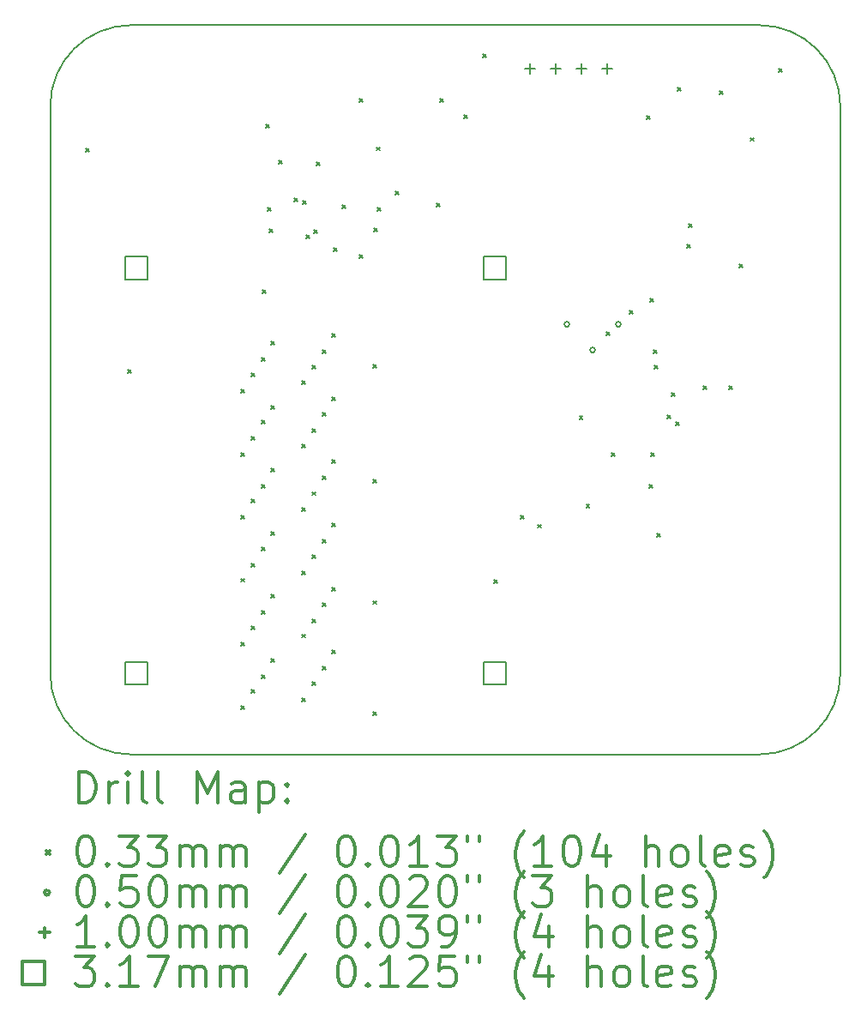
<source format=gbr>
%FSLAX45Y45*%
G04 Gerber Fmt 4.5, Leading zero omitted, Abs format (unit mm)*
G04 Created by KiCad (PCBNEW 5.0.0) date Fri Aug  3 19:09:42 2018*
%MOMM*%
%LPD*%
G01*
G04 APERTURE LIST*
%ADD10C,0.150000*%
%ADD11C,0.200000*%
%ADD12C,0.300000*%
G04 APERTURE END LIST*
D10*
X14100000Y-12800000D02*
G75*
G03X14900000Y-12000000I0J800000D01*
G01*
X7100000Y-12000000D02*
G75*
G03X7900000Y-12800000I800000J0D01*
G01*
X7900000Y-5600000D02*
G75*
G03X7100000Y-6400000I0J-800000D01*
G01*
X14900000Y-6400000D02*
G75*
G03X14100000Y-5600000I-800000J0D01*
G01*
X7100000Y-12000000D02*
X7100000Y-6400000D01*
X14100000Y-12800000D02*
X7900000Y-12800000D01*
X14900000Y-6400000D02*
X14900000Y-12000000D01*
X7900000Y-5600000D02*
X14100000Y-5600000D01*
D11*
X7453490Y-6813490D02*
X7486510Y-6846510D01*
X7486510Y-6813490D02*
X7453490Y-6846510D01*
X7868490Y-8998490D02*
X7901510Y-9031510D01*
X7901510Y-8998490D02*
X7868490Y-9031510D01*
X8983490Y-9193490D02*
X9016510Y-9226510D01*
X9016510Y-9193490D02*
X8983490Y-9226510D01*
X8983490Y-9823490D02*
X9016510Y-9856510D01*
X9016510Y-9823490D02*
X8983490Y-9856510D01*
X8983490Y-10443490D02*
X9016510Y-10476510D01*
X9016510Y-10443490D02*
X8983490Y-10476510D01*
X8983490Y-11063490D02*
X9016510Y-11096510D01*
X9016510Y-11063490D02*
X8983490Y-11096510D01*
X8983490Y-11693490D02*
X9016510Y-11726510D01*
X9016510Y-11693490D02*
X8983490Y-11726510D01*
X8983490Y-12323490D02*
X9016510Y-12356510D01*
X9016510Y-12323490D02*
X8983490Y-12356510D01*
X9083490Y-9033490D02*
X9116510Y-9066510D01*
X9116510Y-9033490D02*
X9083490Y-9066510D01*
X9083490Y-9663490D02*
X9116510Y-9696510D01*
X9116510Y-9663490D02*
X9083490Y-9696510D01*
X9083490Y-10283490D02*
X9116510Y-10316510D01*
X9116510Y-10283490D02*
X9083490Y-10316510D01*
X9083490Y-10913490D02*
X9116510Y-10946510D01*
X9116510Y-10913490D02*
X9083490Y-10946510D01*
X9083490Y-11533490D02*
X9116510Y-11566510D01*
X9116510Y-11533490D02*
X9083490Y-11566510D01*
X9083490Y-12163490D02*
X9116510Y-12196510D01*
X9116510Y-12163490D02*
X9083490Y-12196510D01*
X9183490Y-8883490D02*
X9216510Y-8916510D01*
X9216510Y-8883490D02*
X9183490Y-8916510D01*
X9183490Y-9503490D02*
X9216510Y-9536510D01*
X9216510Y-9503490D02*
X9183490Y-9536510D01*
X9183490Y-10133490D02*
X9216510Y-10166510D01*
X9216510Y-10133490D02*
X9183490Y-10166510D01*
X9183490Y-10753490D02*
X9216510Y-10786510D01*
X9216510Y-10753490D02*
X9183490Y-10786510D01*
X9183490Y-11383490D02*
X9216510Y-11416510D01*
X9216510Y-11383490D02*
X9183490Y-11416510D01*
X9183490Y-12013490D02*
X9216510Y-12046510D01*
X9216510Y-12013490D02*
X9183490Y-12046510D01*
X9191968Y-8212156D02*
X9224988Y-8245176D01*
X9224988Y-8212156D02*
X9191968Y-8245176D01*
X9228490Y-6583490D02*
X9261510Y-6616510D01*
X9261510Y-6583490D02*
X9228490Y-6616510D01*
X9248634Y-7405038D02*
X9281654Y-7438058D01*
X9281654Y-7405038D02*
X9248634Y-7438058D01*
X9260490Y-7610490D02*
X9293510Y-7643510D01*
X9293510Y-7610490D02*
X9260490Y-7643510D01*
X9283490Y-8723490D02*
X9316510Y-8756510D01*
X9316510Y-8723490D02*
X9283490Y-8756510D01*
X9283490Y-9353490D02*
X9316510Y-9386510D01*
X9316510Y-9353490D02*
X9283490Y-9386510D01*
X9283490Y-9973490D02*
X9316510Y-10006510D01*
X9316510Y-9973490D02*
X9283490Y-10006510D01*
X9283490Y-10603490D02*
X9316510Y-10636510D01*
X9316510Y-10603490D02*
X9283490Y-10636510D01*
X9283490Y-11223490D02*
X9316510Y-11256510D01*
X9316510Y-11223490D02*
X9283490Y-11256510D01*
X9283490Y-11853490D02*
X9316510Y-11886510D01*
X9316510Y-11853490D02*
X9283490Y-11886510D01*
X9354490Y-6935490D02*
X9387510Y-6968510D01*
X9387510Y-6935490D02*
X9354490Y-6968510D01*
X9509811Y-7306374D02*
X9542831Y-7339394D01*
X9542831Y-7306374D02*
X9509811Y-7339394D01*
X9583490Y-9113490D02*
X9616510Y-9146510D01*
X9616510Y-9113490D02*
X9583490Y-9146510D01*
X9583490Y-9738490D02*
X9616510Y-9771510D01*
X9616510Y-9738490D02*
X9583490Y-9771510D01*
X9583490Y-10363490D02*
X9616510Y-10396510D01*
X9616510Y-10363490D02*
X9583490Y-10396510D01*
X9583490Y-10988490D02*
X9616510Y-11021510D01*
X9616510Y-10988490D02*
X9583490Y-11021510D01*
X9583490Y-11613490D02*
X9616510Y-11646510D01*
X9616510Y-11613490D02*
X9583490Y-11646510D01*
X9583490Y-12243490D02*
X9616510Y-12276510D01*
X9616510Y-12243490D02*
X9583490Y-12276510D01*
X9590113Y-7330407D02*
X9623133Y-7363427D01*
X9623133Y-7330407D02*
X9590113Y-7363427D01*
X9628490Y-7673490D02*
X9661510Y-7706510D01*
X9661510Y-7673490D02*
X9628490Y-7706510D01*
X9683490Y-8958490D02*
X9716510Y-8991510D01*
X9716510Y-8958490D02*
X9683490Y-8991510D01*
X9683490Y-9583490D02*
X9716510Y-9616510D01*
X9716510Y-9583490D02*
X9683490Y-9616510D01*
X9683490Y-10208490D02*
X9716510Y-10241510D01*
X9716510Y-10208490D02*
X9683490Y-10241510D01*
X9683490Y-10833490D02*
X9716510Y-10866510D01*
X9716510Y-10833490D02*
X9683490Y-10866510D01*
X9683490Y-11463490D02*
X9716510Y-11496510D01*
X9716510Y-11463490D02*
X9683490Y-11496510D01*
X9683490Y-12083490D02*
X9716510Y-12116510D01*
X9716510Y-12083490D02*
X9683490Y-12116510D01*
X9702690Y-7622960D02*
X9735710Y-7655980D01*
X9735710Y-7622960D02*
X9702690Y-7655980D01*
X9731490Y-6952490D02*
X9764510Y-6985510D01*
X9764510Y-6952490D02*
X9731490Y-6985510D01*
X9788249Y-8808490D02*
X9821269Y-8841510D01*
X9821269Y-8808490D02*
X9788249Y-8841510D01*
X9788249Y-9428490D02*
X9821269Y-9461510D01*
X9821269Y-9428490D02*
X9788249Y-9461510D01*
X9788249Y-10053490D02*
X9821269Y-10086510D01*
X9821269Y-10053490D02*
X9788249Y-10086510D01*
X9788249Y-10678490D02*
X9821269Y-10711510D01*
X9821269Y-10678490D02*
X9788249Y-10711510D01*
X9788249Y-11303490D02*
X9821269Y-11336510D01*
X9821269Y-11303490D02*
X9788249Y-11336510D01*
X9788249Y-11933490D02*
X9821269Y-11966510D01*
X9821269Y-11933490D02*
X9788249Y-11966510D01*
X9883490Y-8643490D02*
X9916510Y-8676510D01*
X9916510Y-8643490D02*
X9883490Y-8676510D01*
X9883490Y-9273490D02*
X9916510Y-9306510D01*
X9916510Y-9273490D02*
X9883490Y-9306510D01*
X9883490Y-9893490D02*
X9916510Y-9926510D01*
X9916510Y-9893490D02*
X9883490Y-9926510D01*
X9883490Y-10518490D02*
X9916510Y-10551510D01*
X9916510Y-10518490D02*
X9883490Y-10551510D01*
X9883490Y-11148490D02*
X9916510Y-11181510D01*
X9916510Y-11148490D02*
X9883490Y-11181510D01*
X9883490Y-11773490D02*
X9916510Y-11806510D01*
X9916510Y-11773490D02*
X9883490Y-11806510D01*
X9896490Y-7798490D02*
X9929510Y-7831510D01*
X9929510Y-7798490D02*
X9896490Y-7831510D01*
X9983490Y-7375490D02*
X10016510Y-7408510D01*
X10016510Y-7375490D02*
X9983490Y-7408510D01*
X10152342Y-7867918D02*
X10185362Y-7900938D01*
X10185362Y-7867918D02*
X10152342Y-7900938D01*
X10154490Y-6329490D02*
X10187510Y-6362510D01*
X10187510Y-6329490D02*
X10154490Y-6362510D01*
X10288490Y-8948490D02*
X10321510Y-8981510D01*
X10321510Y-8948490D02*
X10288490Y-8981510D01*
X10288490Y-10083490D02*
X10321510Y-10116510D01*
X10321510Y-10083490D02*
X10288490Y-10116510D01*
X10288490Y-10083490D02*
X10321510Y-10116510D01*
X10321510Y-10083490D02*
X10288490Y-10116510D01*
X10288490Y-11283490D02*
X10321510Y-11316510D01*
X10321510Y-11283490D02*
X10288490Y-11316510D01*
X10288490Y-12378490D02*
X10321510Y-12411510D01*
X10321510Y-12378490D02*
X10288490Y-12411510D01*
X10299490Y-7605490D02*
X10332510Y-7638510D01*
X10332510Y-7605490D02*
X10299490Y-7638510D01*
X10323120Y-6804120D02*
X10356140Y-6837140D01*
X10356140Y-6804120D02*
X10323120Y-6837140D01*
X10329490Y-7398490D02*
X10362510Y-7431510D01*
X10362510Y-7398490D02*
X10329490Y-7431510D01*
X10508490Y-7243490D02*
X10541510Y-7276510D01*
X10541510Y-7243490D02*
X10508490Y-7276510D01*
X10915990Y-7355990D02*
X10949010Y-7389010D01*
X10949010Y-7355990D02*
X10915990Y-7389010D01*
X10950490Y-6324490D02*
X10983510Y-6357510D01*
X10983510Y-6324490D02*
X10950490Y-6357510D01*
X11183490Y-6488490D02*
X11216510Y-6521510D01*
X11216510Y-6488490D02*
X11183490Y-6521510D01*
X11371490Y-5884250D02*
X11404510Y-5917270D01*
X11404510Y-5884250D02*
X11371490Y-5917270D01*
X11483490Y-11078490D02*
X11516510Y-11111510D01*
X11516510Y-11078490D02*
X11483490Y-11111510D01*
X11744490Y-10443490D02*
X11777510Y-10476510D01*
X11777510Y-10443490D02*
X11744490Y-10476510D01*
X11916490Y-10529490D02*
X11949510Y-10562510D01*
X11949510Y-10529490D02*
X11916490Y-10562510D01*
X12323490Y-9460490D02*
X12356510Y-9493510D01*
X12356510Y-9460490D02*
X12323490Y-9493510D01*
X12391529Y-10333959D02*
X12424549Y-10366979D01*
X12424549Y-10333959D02*
X12391529Y-10366979D01*
X12589490Y-8629490D02*
X12622510Y-8662510D01*
X12622510Y-8629490D02*
X12589490Y-8662510D01*
X12644490Y-9819490D02*
X12677510Y-9852510D01*
X12677510Y-9819490D02*
X12644490Y-9852510D01*
X12816730Y-8420490D02*
X12849750Y-8453510D01*
X12849750Y-8420490D02*
X12816730Y-8453510D01*
X12990990Y-6495990D02*
X13024010Y-6529010D01*
X13024010Y-6495990D02*
X12990990Y-6529010D01*
X13014490Y-10133490D02*
X13047510Y-10166510D01*
X13047510Y-10133490D02*
X13014490Y-10166510D01*
X13021490Y-8302490D02*
X13054510Y-8335510D01*
X13054510Y-8302490D02*
X13021490Y-8335510D01*
X13030490Y-9826490D02*
X13063510Y-9859510D01*
X13063510Y-9826490D02*
X13030490Y-9859510D01*
X13056490Y-8804490D02*
X13089510Y-8837510D01*
X13089510Y-8804490D02*
X13056490Y-8837510D01*
X13066490Y-8955490D02*
X13099510Y-8988510D01*
X13099510Y-8955490D02*
X13066490Y-8988510D01*
X13088490Y-10620490D02*
X13121510Y-10653510D01*
X13121510Y-10620490D02*
X13088490Y-10653510D01*
X13191921Y-9452811D02*
X13224941Y-9485831D01*
X13224941Y-9452811D02*
X13191921Y-9485831D01*
X13231490Y-9226490D02*
X13264510Y-9259510D01*
X13264510Y-9226490D02*
X13231490Y-9259510D01*
X13279490Y-9519490D02*
X13312510Y-9552510D01*
X13312510Y-9519490D02*
X13279490Y-9552510D01*
X13293490Y-6218490D02*
X13326510Y-6251510D01*
X13326510Y-6218490D02*
X13293490Y-6251510D01*
X13382490Y-7762490D02*
X13415510Y-7795510D01*
X13415510Y-7762490D02*
X13382490Y-7795510D01*
X13403490Y-7558490D02*
X13436510Y-7591510D01*
X13436510Y-7558490D02*
X13403490Y-7591510D01*
X13548490Y-9165490D02*
X13581510Y-9198510D01*
X13581510Y-9165490D02*
X13548490Y-9198510D01*
X13708490Y-6253490D02*
X13741510Y-6286510D01*
X13741510Y-6253490D02*
X13708490Y-6286510D01*
X13802490Y-9164490D02*
X13835510Y-9197510D01*
X13835510Y-9164490D02*
X13802490Y-9197510D01*
X13903490Y-7957490D02*
X13936510Y-7990510D01*
X13936510Y-7957490D02*
X13903490Y-7990510D01*
X14011490Y-6711490D02*
X14044510Y-6744510D01*
X14044510Y-6711490D02*
X14011490Y-6744510D01*
X14293490Y-6033490D02*
X14326510Y-6066510D01*
X14326510Y-6033490D02*
X14293490Y-6066510D01*
X12225000Y-8554000D02*
G75*
G03X12225000Y-8554000I-25000J0D01*
G01*
X12479000Y-8808000D02*
G75*
G03X12479000Y-8808000I-25000J0D01*
G01*
X12733000Y-8554000D02*
G75*
G03X12733000Y-8554000I-25000J0D01*
G01*
X11833000Y-5981000D02*
X11833000Y-6081000D01*
X11783000Y-6031000D02*
X11883000Y-6031000D01*
X12087000Y-5981000D02*
X12087000Y-6081000D01*
X12037000Y-6031000D02*
X12137000Y-6031000D01*
X12341000Y-5981000D02*
X12341000Y-6081000D01*
X12291000Y-6031000D02*
X12391000Y-6031000D01*
X12595000Y-5981000D02*
X12595000Y-6081000D01*
X12545000Y-6031000D02*
X12645000Y-6031000D01*
X11602504Y-8112254D02*
X11602504Y-7887746D01*
X11377996Y-7887746D01*
X11377996Y-8112254D01*
X11602504Y-8112254D01*
X11602504Y-12112254D02*
X11602504Y-11887746D01*
X11377996Y-11887746D01*
X11377996Y-12112254D01*
X11602504Y-12112254D01*
X8060764Y-8112254D02*
X8060764Y-7887746D01*
X7836256Y-7887746D01*
X7836256Y-8112254D01*
X8060764Y-8112254D01*
X8060764Y-12112254D02*
X8060764Y-11887746D01*
X7836256Y-11887746D01*
X7836256Y-12112254D01*
X8060764Y-12112254D01*
D12*
X7378928Y-13273214D02*
X7378928Y-12973214D01*
X7450357Y-12973214D01*
X7493214Y-12987500D01*
X7521786Y-13016071D01*
X7536071Y-13044643D01*
X7550357Y-13101786D01*
X7550357Y-13144643D01*
X7536071Y-13201786D01*
X7521786Y-13230357D01*
X7493214Y-13258929D01*
X7450357Y-13273214D01*
X7378928Y-13273214D01*
X7678928Y-13273214D02*
X7678928Y-13073214D01*
X7678928Y-13130357D02*
X7693214Y-13101786D01*
X7707500Y-13087500D01*
X7736071Y-13073214D01*
X7764643Y-13073214D01*
X7864643Y-13273214D02*
X7864643Y-13073214D01*
X7864643Y-12973214D02*
X7850357Y-12987500D01*
X7864643Y-13001786D01*
X7878928Y-12987500D01*
X7864643Y-12973214D01*
X7864643Y-13001786D01*
X8050357Y-13273214D02*
X8021786Y-13258929D01*
X8007500Y-13230357D01*
X8007500Y-12973214D01*
X8207500Y-13273214D02*
X8178928Y-13258929D01*
X8164643Y-13230357D01*
X8164643Y-12973214D01*
X8550357Y-13273214D02*
X8550357Y-12973214D01*
X8650357Y-13187500D01*
X8750357Y-12973214D01*
X8750357Y-13273214D01*
X9021786Y-13273214D02*
X9021786Y-13116071D01*
X9007500Y-13087500D01*
X8978928Y-13073214D01*
X8921786Y-13073214D01*
X8893214Y-13087500D01*
X9021786Y-13258929D02*
X8993214Y-13273214D01*
X8921786Y-13273214D01*
X8893214Y-13258929D01*
X8878928Y-13230357D01*
X8878928Y-13201786D01*
X8893214Y-13173214D01*
X8921786Y-13158929D01*
X8993214Y-13158929D01*
X9021786Y-13144643D01*
X9164643Y-13073214D02*
X9164643Y-13373214D01*
X9164643Y-13087500D02*
X9193214Y-13073214D01*
X9250357Y-13073214D01*
X9278928Y-13087500D01*
X9293214Y-13101786D01*
X9307500Y-13130357D01*
X9307500Y-13216071D01*
X9293214Y-13244643D01*
X9278928Y-13258929D01*
X9250357Y-13273214D01*
X9193214Y-13273214D01*
X9164643Y-13258929D01*
X9436071Y-13244643D02*
X9450357Y-13258929D01*
X9436071Y-13273214D01*
X9421786Y-13258929D01*
X9436071Y-13244643D01*
X9436071Y-13273214D01*
X9436071Y-13087500D02*
X9450357Y-13101786D01*
X9436071Y-13116071D01*
X9421786Y-13101786D01*
X9436071Y-13087500D01*
X9436071Y-13116071D01*
X7059480Y-13750990D02*
X7092500Y-13784010D01*
X7092500Y-13750990D02*
X7059480Y-13784010D01*
X7436071Y-13603214D02*
X7464643Y-13603214D01*
X7493214Y-13617500D01*
X7507500Y-13631786D01*
X7521786Y-13660357D01*
X7536071Y-13717500D01*
X7536071Y-13788929D01*
X7521786Y-13846071D01*
X7507500Y-13874643D01*
X7493214Y-13888929D01*
X7464643Y-13903214D01*
X7436071Y-13903214D01*
X7407500Y-13888929D01*
X7393214Y-13874643D01*
X7378928Y-13846071D01*
X7364643Y-13788929D01*
X7364643Y-13717500D01*
X7378928Y-13660357D01*
X7393214Y-13631786D01*
X7407500Y-13617500D01*
X7436071Y-13603214D01*
X7664643Y-13874643D02*
X7678928Y-13888929D01*
X7664643Y-13903214D01*
X7650357Y-13888929D01*
X7664643Y-13874643D01*
X7664643Y-13903214D01*
X7778928Y-13603214D02*
X7964643Y-13603214D01*
X7864643Y-13717500D01*
X7907500Y-13717500D01*
X7936071Y-13731786D01*
X7950357Y-13746071D01*
X7964643Y-13774643D01*
X7964643Y-13846071D01*
X7950357Y-13874643D01*
X7936071Y-13888929D01*
X7907500Y-13903214D01*
X7821786Y-13903214D01*
X7793214Y-13888929D01*
X7778928Y-13874643D01*
X8064643Y-13603214D02*
X8250357Y-13603214D01*
X8150357Y-13717500D01*
X8193214Y-13717500D01*
X8221786Y-13731786D01*
X8236071Y-13746071D01*
X8250357Y-13774643D01*
X8250357Y-13846071D01*
X8236071Y-13874643D01*
X8221786Y-13888929D01*
X8193214Y-13903214D01*
X8107500Y-13903214D01*
X8078928Y-13888929D01*
X8064643Y-13874643D01*
X8378928Y-13903214D02*
X8378928Y-13703214D01*
X8378928Y-13731786D02*
X8393214Y-13717500D01*
X8421786Y-13703214D01*
X8464643Y-13703214D01*
X8493214Y-13717500D01*
X8507500Y-13746071D01*
X8507500Y-13903214D01*
X8507500Y-13746071D02*
X8521786Y-13717500D01*
X8550357Y-13703214D01*
X8593214Y-13703214D01*
X8621786Y-13717500D01*
X8636071Y-13746071D01*
X8636071Y-13903214D01*
X8778928Y-13903214D02*
X8778928Y-13703214D01*
X8778928Y-13731786D02*
X8793214Y-13717500D01*
X8821786Y-13703214D01*
X8864643Y-13703214D01*
X8893214Y-13717500D01*
X8907500Y-13746071D01*
X8907500Y-13903214D01*
X8907500Y-13746071D02*
X8921786Y-13717500D01*
X8950357Y-13703214D01*
X8993214Y-13703214D01*
X9021786Y-13717500D01*
X9036071Y-13746071D01*
X9036071Y-13903214D01*
X9621786Y-13588929D02*
X9364643Y-13974643D01*
X10007500Y-13603214D02*
X10036071Y-13603214D01*
X10064643Y-13617500D01*
X10078928Y-13631786D01*
X10093214Y-13660357D01*
X10107500Y-13717500D01*
X10107500Y-13788929D01*
X10093214Y-13846071D01*
X10078928Y-13874643D01*
X10064643Y-13888929D01*
X10036071Y-13903214D01*
X10007500Y-13903214D01*
X9978928Y-13888929D01*
X9964643Y-13874643D01*
X9950357Y-13846071D01*
X9936071Y-13788929D01*
X9936071Y-13717500D01*
X9950357Y-13660357D01*
X9964643Y-13631786D01*
X9978928Y-13617500D01*
X10007500Y-13603214D01*
X10236071Y-13874643D02*
X10250357Y-13888929D01*
X10236071Y-13903214D01*
X10221786Y-13888929D01*
X10236071Y-13874643D01*
X10236071Y-13903214D01*
X10436071Y-13603214D02*
X10464643Y-13603214D01*
X10493214Y-13617500D01*
X10507500Y-13631786D01*
X10521786Y-13660357D01*
X10536071Y-13717500D01*
X10536071Y-13788929D01*
X10521786Y-13846071D01*
X10507500Y-13874643D01*
X10493214Y-13888929D01*
X10464643Y-13903214D01*
X10436071Y-13903214D01*
X10407500Y-13888929D01*
X10393214Y-13874643D01*
X10378928Y-13846071D01*
X10364643Y-13788929D01*
X10364643Y-13717500D01*
X10378928Y-13660357D01*
X10393214Y-13631786D01*
X10407500Y-13617500D01*
X10436071Y-13603214D01*
X10821786Y-13903214D02*
X10650357Y-13903214D01*
X10736071Y-13903214D02*
X10736071Y-13603214D01*
X10707500Y-13646071D01*
X10678928Y-13674643D01*
X10650357Y-13688929D01*
X10921786Y-13603214D02*
X11107500Y-13603214D01*
X11007500Y-13717500D01*
X11050357Y-13717500D01*
X11078928Y-13731786D01*
X11093214Y-13746071D01*
X11107500Y-13774643D01*
X11107500Y-13846071D01*
X11093214Y-13874643D01*
X11078928Y-13888929D01*
X11050357Y-13903214D01*
X10964643Y-13903214D01*
X10936071Y-13888929D01*
X10921786Y-13874643D01*
X11221786Y-13603214D02*
X11221786Y-13660357D01*
X11336071Y-13603214D02*
X11336071Y-13660357D01*
X11778928Y-14017500D02*
X11764643Y-14003214D01*
X11736071Y-13960357D01*
X11721786Y-13931786D01*
X11707500Y-13888929D01*
X11693214Y-13817500D01*
X11693214Y-13760357D01*
X11707500Y-13688929D01*
X11721786Y-13646071D01*
X11736071Y-13617500D01*
X11764643Y-13574643D01*
X11778928Y-13560357D01*
X12050357Y-13903214D02*
X11878928Y-13903214D01*
X11964643Y-13903214D02*
X11964643Y-13603214D01*
X11936071Y-13646071D01*
X11907500Y-13674643D01*
X11878928Y-13688929D01*
X12236071Y-13603214D02*
X12264643Y-13603214D01*
X12293214Y-13617500D01*
X12307500Y-13631786D01*
X12321786Y-13660357D01*
X12336071Y-13717500D01*
X12336071Y-13788929D01*
X12321786Y-13846071D01*
X12307500Y-13874643D01*
X12293214Y-13888929D01*
X12264643Y-13903214D01*
X12236071Y-13903214D01*
X12207500Y-13888929D01*
X12193214Y-13874643D01*
X12178928Y-13846071D01*
X12164643Y-13788929D01*
X12164643Y-13717500D01*
X12178928Y-13660357D01*
X12193214Y-13631786D01*
X12207500Y-13617500D01*
X12236071Y-13603214D01*
X12593214Y-13703214D02*
X12593214Y-13903214D01*
X12521786Y-13588929D02*
X12450357Y-13803214D01*
X12636071Y-13803214D01*
X12978928Y-13903214D02*
X12978928Y-13603214D01*
X13107500Y-13903214D02*
X13107500Y-13746071D01*
X13093214Y-13717500D01*
X13064643Y-13703214D01*
X13021786Y-13703214D01*
X12993214Y-13717500D01*
X12978928Y-13731786D01*
X13293214Y-13903214D02*
X13264643Y-13888929D01*
X13250357Y-13874643D01*
X13236071Y-13846071D01*
X13236071Y-13760357D01*
X13250357Y-13731786D01*
X13264643Y-13717500D01*
X13293214Y-13703214D01*
X13336071Y-13703214D01*
X13364643Y-13717500D01*
X13378928Y-13731786D01*
X13393214Y-13760357D01*
X13393214Y-13846071D01*
X13378928Y-13874643D01*
X13364643Y-13888929D01*
X13336071Y-13903214D01*
X13293214Y-13903214D01*
X13564643Y-13903214D02*
X13536071Y-13888929D01*
X13521786Y-13860357D01*
X13521786Y-13603214D01*
X13793214Y-13888929D02*
X13764643Y-13903214D01*
X13707500Y-13903214D01*
X13678928Y-13888929D01*
X13664643Y-13860357D01*
X13664643Y-13746071D01*
X13678928Y-13717500D01*
X13707500Y-13703214D01*
X13764643Y-13703214D01*
X13793214Y-13717500D01*
X13807500Y-13746071D01*
X13807500Y-13774643D01*
X13664643Y-13803214D01*
X13921786Y-13888929D02*
X13950357Y-13903214D01*
X14007500Y-13903214D01*
X14036071Y-13888929D01*
X14050357Y-13860357D01*
X14050357Y-13846071D01*
X14036071Y-13817500D01*
X14007500Y-13803214D01*
X13964643Y-13803214D01*
X13936071Y-13788929D01*
X13921786Y-13760357D01*
X13921786Y-13746071D01*
X13936071Y-13717500D01*
X13964643Y-13703214D01*
X14007500Y-13703214D01*
X14036071Y-13717500D01*
X14150357Y-14017500D02*
X14164643Y-14003214D01*
X14193214Y-13960357D01*
X14207500Y-13931786D01*
X14221786Y-13888929D01*
X14236071Y-13817500D01*
X14236071Y-13760357D01*
X14221786Y-13688929D01*
X14207500Y-13646071D01*
X14193214Y-13617500D01*
X14164643Y-13574643D01*
X14150357Y-13560357D01*
X7092500Y-14163500D02*
G75*
G03X7092500Y-14163500I-25000J0D01*
G01*
X7436071Y-13999214D02*
X7464643Y-13999214D01*
X7493214Y-14013500D01*
X7507500Y-14027786D01*
X7521786Y-14056357D01*
X7536071Y-14113500D01*
X7536071Y-14184929D01*
X7521786Y-14242071D01*
X7507500Y-14270643D01*
X7493214Y-14284929D01*
X7464643Y-14299214D01*
X7436071Y-14299214D01*
X7407500Y-14284929D01*
X7393214Y-14270643D01*
X7378928Y-14242071D01*
X7364643Y-14184929D01*
X7364643Y-14113500D01*
X7378928Y-14056357D01*
X7393214Y-14027786D01*
X7407500Y-14013500D01*
X7436071Y-13999214D01*
X7664643Y-14270643D02*
X7678928Y-14284929D01*
X7664643Y-14299214D01*
X7650357Y-14284929D01*
X7664643Y-14270643D01*
X7664643Y-14299214D01*
X7950357Y-13999214D02*
X7807500Y-13999214D01*
X7793214Y-14142071D01*
X7807500Y-14127786D01*
X7836071Y-14113500D01*
X7907500Y-14113500D01*
X7936071Y-14127786D01*
X7950357Y-14142071D01*
X7964643Y-14170643D01*
X7964643Y-14242071D01*
X7950357Y-14270643D01*
X7936071Y-14284929D01*
X7907500Y-14299214D01*
X7836071Y-14299214D01*
X7807500Y-14284929D01*
X7793214Y-14270643D01*
X8150357Y-13999214D02*
X8178928Y-13999214D01*
X8207500Y-14013500D01*
X8221786Y-14027786D01*
X8236071Y-14056357D01*
X8250357Y-14113500D01*
X8250357Y-14184929D01*
X8236071Y-14242071D01*
X8221786Y-14270643D01*
X8207500Y-14284929D01*
X8178928Y-14299214D01*
X8150357Y-14299214D01*
X8121786Y-14284929D01*
X8107500Y-14270643D01*
X8093214Y-14242071D01*
X8078928Y-14184929D01*
X8078928Y-14113500D01*
X8093214Y-14056357D01*
X8107500Y-14027786D01*
X8121786Y-14013500D01*
X8150357Y-13999214D01*
X8378928Y-14299214D02*
X8378928Y-14099214D01*
X8378928Y-14127786D02*
X8393214Y-14113500D01*
X8421786Y-14099214D01*
X8464643Y-14099214D01*
X8493214Y-14113500D01*
X8507500Y-14142071D01*
X8507500Y-14299214D01*
X8507500Y-14142071D02*
X8521786Y-14113500D01*
X8550357Y-14099214D01*
X8593214Y-14099214D01*
X8621786Y-14113500D01*
X8636071Y-14142071D01*
X8636071Y-14299214D01*
X8778928Y-14299214D02*
X8778928Y-14099214D01*
X8778928Y-14127786D02*
X8793214Y-14113500D01*
X8821786Y-14099214D01*
X8864643Y-14099214D01*
X8893214Y-14113500D01*
X8907500Y-14142071D01*
X8907500Y-14299214D01*
X8907500Y-14142071D02*
X8921786Y-14113500D01*
X8950357Y-14099214D01*
X8993214Y-14099214D01*
X9021786Y-14113500D01*
X9036071Y-14142071D01*
X9036071Y-14299214D01*
X9621786Y-13984929D02*
X9364643Y-14370643D01*
X10007500Y-13999214D02*
X10036071Y-13999214D01*
X10064643Y-14013500D01*
X10078928Y-14027786D01*
X10093214Y-14056357D01*
X10107500Y-14113500D01*
X10107500Y-14184929D01*
X10093214Y-14242071D01*
X10078928Y-14270643D01*
X10064643Y-14284929D01*
X10036071Y-14299214D01*
X10007500Y-14299214D01*
X9978928Y-14284929D01*
X9964643Y-14270643D01*
X9950357Y-14242071D01*
X9936071Y-14184929D01*
X9936071Y-14113500D01*
X9950357Y-14056357D01*
X9964643Y-14027786D01*
X9978928Y-14013500D01*
X10007500Y-13999214D01*
X10236071Y-14270643D02*
X10250357Y-14284929D01*
X10236071Y-14299214D01*
X10221786Y-14284929D01*
X10236071Y-14270643D01*
X10236071Y-14299214D01*
X10436071Y-13999214D02*
X10464643Y-13999214D01*
X10493214Y-14013500D01*
X10507500Y-14027786D01*
X10521786Y-14056357D01*
X10536071Y-14113500D01*
X10536071Y-14184929D01*
X10521786Y-14242071D01*
X10507500Y-14270643D01*
X10493214Y-14284929D01*
X10464643Y-14299214D01*
X10436071Y-14299214D01*
X10407500Y-14284929D01*
X10393214Y-14270643D01*
X10378928Y-14242071D01*
X10364643Y-14184929D01*
X10364643Y-14113500D01*
X10378928Y-14056357D01*
X10393214Y-14027786D01*
X10407500Y-14013500D01*
X10436071Y-13999214D01*
X10650357Y-14027786D02*
X10664643Y-14013500D01*
X10693214Y-13999214D01*
X10764643Y-13999214D01*
X10793214Y-14013500D01*
X10807500Y-14027786D01*
X10821786Y-14056357D01*
X10821786Y-14084929D01*
X10807500Y-14127786D01*
X10636071Y-14299214D01*
X10821786Y-14299214D01*
X11007500Y-13999214D02*
X11036071Y-13999214D01*
X11064643Y-14013500D01*
X11078928Y-14027786D01*
X11093214Y-14056357D01*
X11107500Y-14113500D01*
X11107500Y-14184929D01*
X11093214Y-14242071D01*
X11078928Y-14270643D01*
X11064643Y-14284929D01*
X11036071Y-14299214D01*
X11007500Y-14299214D01*
X10978928Y-14284929D01*
X10964643Y-14270643D01*
X10950357Y-14242071D01*
X10936071Y-14184929D01*
X10936071Y-14113500D01*
X10950357Y-14056357D01*
X10964643Y-14027786D01*
X10978928Y-14013500D01*
X11007500Y-13999214D01*
X11221786Y-13999214D02*
X11221786Y-14056357D01*
X11336071Y-13999214D02*
X11336071Y-14056357D01*
X11778928Y-14413500D02*
X11764643Y-14399214D01*
X11736071Y-14356357D01*
X11721786Y-14327786D01*
X11707500Y-14284929D01*
X11693214Y-14213500D01*
X11693214Y-14156357D01*
X11707500Y-14084929D01*
X11721786Y-14042071D01*
X11736071Y-14013500D01*
X11764643Y-13970643D01*
X11778928Y-13956357D01*
X11864643Y-13999214D02*
X12050357Y-13999214D01*
X11950357Y-14113500D01*
X11993214Y-14113500D01*
X12021786Y-14127786D01*
X12036071Y-14142071D01*
X12050357Y-14170643D01*
X12050357Y-14242071D01*
X12036071Y-14270643D01*
X12021786Y-14284929D01*
X11993214Y-14299214D01*
X11907500Y-14299214D01*
X11878928Y-14284929D01*
X11864643Y-14270643D01*
X12407500Y-14299214D02*
X12407500Y-13999214D01*
X12536071Y-14299214D02*
X12536071Y-14142071D01*
X12521786Y-14113500D01*
X12493214Y-14099214D01*
X12450357Y-14099214D01*
X12421786Y-14113500D01*
X12407500Y-14127786D01*
X12721786Y-14299214D02*
X12693214Y-14284929D01*
X12678928Y-14270643D01*
X12664643Y-14242071D01*
X12664643Y-14156357D01*
X12678928Y-14127786D01*
X12693214Y-14113500D01*
X12721786Y-14099214D01*
X12764643Y-14099214D01*
X12793214Y-14113500D01*
X12807500Y-14127786D01*
X12821786Y-14156357D01*
X12821786Y-14242071D01*
X12807500Y-14270643D01*
X12793214Y-14284929D01*
X12764643Y-14299214D01*
X12721786Y-14299214D01*
X12993214Y-14299214D02*
X12964643Y-14284929D01*
X12950357Y-14256357D01*
X12950357Y-13999214D01*
X13221786Y-14284929D02*
X13193214Y-14299214D01*
X13136071Y-14299214D01*
X13107500Y-14284929D01*
X13093214Y-14256357D01*
X13093214Y-14142071D01*
X13107500Y-14113500D01*
X13136071Y-14099214D01*
X13193214Y-14099214D01*
X13221786Y-14113500D01*
X13236071Y-14142071D01*
X13236071Y-14170643D01*
X13093214Y-14199214D01*
X13350357Y-14284929D02*
X13378928Y-14299214D01*
X13436071Y-14299214D01*
X13464643Y-14284929D01*
X13478928Y-14256357D01*
X13478928Y-14242071D01*
X13464643Y-14213500D01*
X13436071Y-14199214D01*
X13393214Y-14199214D01*
X13364643Y-14184929D01*
X13350357Y-14156357D01*
X13350357Y-14142071D01*
X13364643Y-14113500D01*
X13393214Y-14099214D01*
X13436071Y-14099214D01*
X13464643Y-14113500D01*
X13578928Y-14413500D02*
X13593214Y-14399214D01*
X13621786Y-14356357D01*
X13636071Y-14327786D01*
X13650357Y-14284929D01*
X13664643Y-14213500D01*
X13664643Y-14156357D01*
X13650357Y-14084929D01*
X13636071Y-14042071D01*
X13621786Y-14013500D01*
X13593214Y-13970643D01*
X13578928Y-13956357D01*
X7042500Y-14509500D02*
X7042500Y-14609500D01*
X6992500Y-14559500D02*
X7092500Y-14559500D01*
X7536071Y-14695214D02*
X7364643Y-14695214D01*
X7450357Y-14695214D02*
X7450357Y-14395214D01*
X7421786Y-14438071D01*
X7393214Y-14466643D01*
X7364643Y-14480929D01*
X7664643Y-14666643D02*
X7678928Y-14680929D01*
X7664643Y-14695214D01*
X7650357Y-14680929D01*
X7664643Y-14666643D01*
X7664643Y-14695214D01*
X7864643Y-14395214D02*
X7893214Y-14395214D01*
X7921786Y-14409500D01*
X7936071Y-14423786D01*
X7950357Y-14452357D01*
X7964643Y-14509500D01*
X7964643Y-14580929D01*
X7950357Y-14638071D01*
X7936071Y-14666643D01*
X7921786Y-14680929D01*
X7893214Y-14695214D01*
X7864643Y-14695214D01*
X7836071Y-14680929D01*
X7821786Y-14666643D01*
X7807500Y-14638071D01*
X7793214Y-14580929D01*
X7793214Y-14509500D01*
X7807500Y-14452357D01*
X7821786Y-14423786D01*
X7836071Y-14409500D01*
X7864643Y-14395214D01*
X8150357Y-14395214D02*
X8178928Y-14395214D01*
X8207500Y-14409500D01*
X8221786Y-14423786D01*
X8236071Y-14452357D01*
X8250357Y-14509500D01*
X8250357Y-14580929D01*
X8236071Y-14638071D01*
X8221786Y-14666643D01*
X8207500Y-14680929D01*
X8178928Y-14695214D01*
X8150357Y-14695214D01*
X8121786Y-14680929D01*
X8107500Y-14666643D01*
X8093214Y-14638071D01*
X8078928Y-14580929D01*
X8078928Y-14509500D01*
X8093214Y-14452357D01*
X8107500Y-14423786D01*
X8121786Y-14409500D01*
X8150357Y-14395214D01*
X8378928Y-14695214D02*
X8378928Y-14495214D01*
X8378928Y-14523786D02*
X8393214Y-14509500D01*
X8421786Y-14495214D01*
X8464643Y-14495214D01*
X8493214Y-14509500D01*
X8507500Y-14538071D01*
X8507500Y-14695214D01*
X8507500Y-14538071D02*
X8521786Y-14509500D01*
X8550357Y-14495214D01*
X8593214Y-14495214D01*
X8621786Y-14509500D01*
X8636071Y-14538071D01*
X8636071Y-14695214D01*
X8778928Y-14695214D02*
X8778928Y-14495214D01*
X8778928Y-14523786D02*
X8793214Y-14509500D01*
X8821786Y-14495214D01*
X8864643Y-14495214D01*
X8893214Y-14509500D01*
X8907500Y-14538071D01*
X8907500Y-14695214D01*
X8907500Y-14538071D02*
X8921786Y-14509500D01*
X8950357Y-14495214D01*
X8993214Y-14495214D01*
X9021786Y-14509500D01*
X9036071Y-14538071D01*
X9036071Y-14695214D01*
X9621786Y-14380929D02*
X9364643Y-14766643D01*
X10007500Y-14395214D02*
X10036071Y-14395214D01*
X10064643Y-14409500D01*
X10078928Y-14423786D01*
X10093214Y-14452357D01*
X10107500Y-14509500D01*
X10107500Y-14580929D01*
X10093214Y-14638071D01*
X10078928Y-14666643D01*
X10064643Y-14680929D01*
X10036071Y-14695214D01*
X10007500Y-14695214D01*
X9978928Y-14680929D01*
X9964643Y-14666643D01*
X9950357Y-14638071D01*
X9936071Y-14580929D01*
X9936071Y-14509500D01*
X9950357Y-14452357D01*
X9964643Y-14423786D01*
X9978928Y-14409500D01*
X10007500Y-14395214D01*
X10236071Y-14666643D02*
X10250357Y-14680929D01*
X10236071Y-14695214D01*
X10221786Y-14680929D01*
X10236071Y-14666643D01*
X10236071Y-14695214D01*
X10436071Y-14395214D02*
X10464643Y-14395214D01*
X10493214Y-14409500D01*
X10507500Y-14423786D01*
X10521786Y-14452357D01*
X10536071Y-14509500D01*
X10536071Y-14580929D01*
X10521786Y-14638071D01*
X10507500Y-14666643D01*
X10493214Y-14680929D01*
X10464643Y-14695214D01*
X10436071Y-14695214D01*
X10407500Y-14680929D01*
X10393214Y-14666643D01*
X10378928Y-14638071D01*
X10364643Y-14580929D01*
X10364643Y-14509500D01*
X10378928Y-14452357D01*
X10393214Y-14423786D01*
X10407500Y-14409500D01*
X10436071Y-14395214D01*
X10636071Y-14395214D02*
X10821786Y-14395214D01*
X10721786Y-14509500D01*
X10764643Y-14509500D01*
X10793214Y-14523786D01*
X10807500Y-14538071D01*
X10821786Y-14566643D01*
X10821786Y-14638071D01*
X10807500Y-14666643D01*
X10793214Y-14680929D01*
X10764643Y-14695214D01*
X10678928Y-14695214D01*
X10650357Y-14680929D01*
X10636071Y-14666643D01*
X10964643Y-14695214D02*
X11021786Y-14695214D01*
X11050357Y-14680929D01*
X11064643Y-14666643D01*
X11093214Y-14623786D01*
X11107500Y-14566643D01*
X11107500Y-14452357D01*
X11093214Y-14423786D01*
X11078928Y-14409500D01*
X11050357Y-14395214D01*
X10993214Y-14395214D01*
X10964643Y-14409500D01*
X10950357Y-14423786D01*
X10936071Y-14452357D01*
X10936071Y-14523786D01*
X10950357Y-14552357D01*
X10964643Y-14566643D01*
X10993214Y-14580929D01*
X11050357Y-14580929D01*
X11078928Y-14566643D01*
X11093214Y-14552357D01*
X11107500Y-14523786D01*
X11221786Y-14395214D02*
X11221786Y-14452357D01*
X11336071Y-14395214D02*
X11336071Y-14452357D01*
X11778928Y-14809500D02*
X11764643Y-14795214D01*
X11736071Y-14752357D01*
X11721786Y-14723786D01*
X11707500Y-14680929D01*
X11693214Y-14609500D01*
X11693214Y-14552357D01*
X11707500Y-14480929D01*
X11721786Y-14438071D01*
X11736071Y-14409500D01*
X11764643Y-14366643D01*
X11778928Y-14352357D01*
X12021786Y-14495214D02*
X12021786Y-14695214D01*
X11950357Y-14380929D02*
X11878928Y-14595214D01*
X12064643Y-14595214D01*
X12407500Y-14695214D02*
X12407500Y-14395214D01*
X12536071Y-14695214D02*
X12536071Y-14538071D01*
X12521786Y-14509500D01*
X12493214Y-14495214D01*
X12450357Y-14495214D01*
X12421786Y-14509500D01*
X12407500Y-14523786D01*
X12721786Y-14695214D02*
X12693214Y-14680929D01*
X12678928Y-14666643D01*
X12664643Y-14638071D01*
X12664643Y-14552357D01*
X12678928Y-14523786D01*
X12693214Y-14509500D01*
X12721786Y-14495214D01*
X12764643Y-14495214D01*
X12793214Y-14509500D01*
X12807500Y-14523786D01*
X12821786Y-14552357D01*
X12821786Y-14638071D01*
X12807500Y-14666643D01*
X12793214Y-14680929D01*
X12764643Y-14695214D01*
X12721786Y-14695214D01*
X12993214Y-14695214D02*
X12964643Y-14680929D01*
X12950357Y-14652357D01*
X12950357Y-14395214D01*
X13221786Y-14680929D02*
X13193214Y-14695214D01*
X13136071Y-14695214D01*
X13107500Y-14680929D01*
X13093214Y-14652357D01*
X13093214Y-14538071D01*
X13107500Y-14509500D01*
X13136071Y-14495214D01*
X13193214Y-14495214D01*
X13221786Y-14509500D01*
X13236071Y-14538071D01*
X13236071Y-14566643D01*
X13093214Y-14595214D01*
X13350357Y-14680929D02*
X13378928Y-14695214D01*
X13436071Y-14695214D01*
X13464643Y-14680929D01*
X13478928Y-14652357D01*
X13478928Y-14638071D01*
X13464643Y-14609500D01*
X13436071Y-14595214D01*
X13393214Y-14595214D01*
X13364643Y-14580929D01*
X13350357Y-14552357D01*
X13350357Y-14538071D01*
X13364643Y-14509500D01*
X13393214Y-14495214D01*
X13436071Y-14495214D01*
X13464643Y-14509500D01*
X13578928Y-14809500D02*
X13593214Y-14795214D01*
X13621786Y-14752357D01*
X13636071Y-14723786D01*
X13650357Y-14680929D01*
X13664643Y-14609500D01*
X13664643Y-14552357D01*
X13650357Y-14480929D01*
X13636071Y-14438071D01*
X13621786Y-14409500D01*
X13593214Y-14366643D01*
X13578928Y-14352357D01*
X7046004Y-15067754D02*
X7046004Y-14843246D01*
X6821496Y-14843246D01*
X6821496Y-15067754D01*
X7046004Y-15067754D01*
X7350357Y-14791214D02*
X7536071Y-14791214D01*
X7436071Y-14905500D01*
X7478928Y-14905500D01*
X7507500Y-14919786D01*
X7521786Y-14934071D01*
X7536071Y-14962643D01*
X7536071Y-15034071D01*
X7521786Y-15062643D01*
X7507500Y-15076929D01*
X7478928Y-15091214D01*
X7393214Y-15091214D01*
X7364643Y-15076929D01*
X7350357Y-15062643D01*
X7664643Y-15062643D02*
X7678928Y-15076929D01*
X7664643Y-15091214D01*
X7650357Y-15076929D01*
X7664643Y-15062643D01*
X7664643Y-15091214D01*
X7964643Y-15091214D02*
X7793214Y-15091214D01*
X7878928Y-15091214D02*
X7878928Y-14791214D01*
X7850357Y-14834071D01*
X7821786Y-14862643D01*
X7793214Y-14876929D01*
X8064643Y-14791214D02*
X8264643Y-14791214D01*
X8136071Y-15091214D01*
X8378928Y-15091214D02*
X8378928Y-14891214D01*
X8378928Y-14919786D02*
X8393214Y-14905500D01*
X8421786Y-14891214D01*
X8464643Y-14891214D01*
X8493214Y-14905500D01*
X8507500Y-14934071D01*
X8507500Y-15091214D01*
X8507500Y-14934071D02*
X8521786Y-14905500D01*
X8550357Y-14891214D01*
X8593214Y-14891214D01*
X8621786Y-14905500D01*
X8636071Y-14934071D01*
X8636071Y-15091214D01*
X8778928Y-15091214D02*
X8778928Y-14891214D01*
X8778928Y-14919786D02*
X8793214Y-14905500D01*
X8821786Y-14891214D01*
X8864643Y-14891214D01*
X8893214Y-14905500D01*
X8907500Y-14934071D01*
X8907500Y-15091214D01*
X8907500Y-14934071D02*
X8921786Y-14905500D01*
X8950357Y-14891214D01*
X8993214Y-14891214D01*
X9021786Y-14905500D01*
X9036071Y-14934071D01*
X9036071Y-15091214D01*
X9621786Y-14776929D02*
X9364643Y-15162643D01*
X10007500Y-14791214D02*
X10036071Y-14791214D01*
X10064643Y-14805500D01*
X10078928Y-14819786D01*
X10093214Y-14848357D01*
X10107500Y-14905500D01*
X10107500Y-14976929D01*
X10093214Y-15034071D01*
X10078928Y-15062643D01*
X10064643Y-15076929D01*
X10036071Y-15091214D01*
X10007500Y-15091214D01*
X9978928Y-15076929D01*
X9964643Y-15062643D01*
X9950357Y-15034071D01*
X9936071Y-14976929D01*
X9936071Y-14905500D01*
X9950357Y-14848357D01*
X9964643Y-14819786D01*
X9978928Y-14805500D01*
X10007500Y-14791214D01*
X10236071Y-15062643D02*
X10250357Y-15076929D01*
X10236071Y-15091214D01*
X10221786Y-15076929D01*
X10236071Y-15062643D01*
X10236071Y-15091214D01*
X10536071Y-15091214D02*
X10364643Y-15091214D01*
X10450357Y-15091214D02*
X10450357Y-14791214D01*
X10421786Y-14834071D01*
X10393214Y-14862643D01*
X10364643Y-14876929D01*
X10650357Y-14819786D02*
X10664643Y-14805500D01*
X10693214Y-14791214D01*
X10764643Y-14791214D01*
X10793214Y-14805500D01*
X10807500Y-14819786D01*
X10821786Y-14848357D01*
X10821786Y-14876929D01*
X10807500Y-14919786D01*
X10636071Y-15091214D01*
X10821786Y-15091214D01*
X11093214Y-14791214D02*
X10950357Y-14791214D01*
X10936071Y-14934071D01*
X10950357Y-14919786D01*
X10978928Y-14905500D01*
X11050357Y-14905500D01*
X11078928Y-14919786D01*
X11093214Y-14934071D01*
X11107500Y-14962643D01*
X11107500Y-15034071D01*
X11093214Y-15062643D01*
X11078928Y-15076929D01*
X11050357Y-15091214D01*
X10978928Y-15091214D01*
X10950357Y-15076929D01*
X10936071Y-15062643D01*
X11221786Y-14791214D02*
X11221786Y-14848357D01*
X11336071Y-14791214D02*
X11336071Y-14848357D01*
X11778928Y-15205500D02*
X11764643Y-15191214D01*
X11736071Y-15148357D01*
X11721786Y-15119786D01*
X11707500Y-15076929D01*
X11693214Y-15005500D01*
X11693214Y-14948357D01*
X11707500Y-14876929D01*
X11721786Y-14834071D01*
X11736071Y-14805500D01*
X11764643Y-14762643D01*
X11778928Y-14748357D01*
X12021786Y-14891214D02*
X12021786Y-15091214D01*
X11950357Y-14776929D02*
X11878928Y-14991214D01*
X12064643Y-14991214D01*
X12407500Y-15091214D02*
X12407500Y-14791214D01*
X12536071Y-15091214D02*
X12536071Y-14934071D01*
X12521786Y-14905500D01*
X12493214Y-14891214D01*
X12450357Y-14891214D01*
X12421786Y-14905500D01*
X12407500Y-14919786D01*
X12721786Y-15091214D02*
X12693214Y-15076929D01*
X12678928Y-15062643D01*
X12664643Y-15034071D01*
X12664643Y-14948357D01*
X12678928Y-14919786D01*
X12693214Y-14905500D01*
X12721786Y-14891214D01*
X12764643Y-14891214D01*
X12793214Y-14905500D01*
X12807500Y-14919786D01*
X12821786Y-14948357D01*
X12821786Y-15034071D01*
X12807500Y-15062643D01*
X12793214Y-15076929D01*
X12764643Y-15091214D01*
X12721786Y-15091214D01*
X12993214Y-15091214D02*
X12964643Y-15076929D01*
X12950357Y-15048357D01*
X12950357Y-14791214D01*
X13221786Y-15076929D02*
X13193214Y-15091214D01*
X13136071Y-15091214D01*
X13107500Y-15076929D01*
X13093214Y-15048357D01*
X13093214Y-14934071D01*
X13107500Y-14905500D01*
X13136071Y-14891214D01*
X13193214Y-14891214D01*
X13221786Y-14905500D01*
X13236071Y-14934071D01*
X13236071Y-14962643D01*
X13093214Y-14991214D01*
X13350357Y-15076929D02*
X13378928Y-15091214D01*
X13436071Y-15091214D01*
X13464643Y-15076929D01*
X13478928Y-15048357D01*
X13478928Y-15034071D01*
X13464643Y-15005500D01*
X13436071Y-14991214D01*
X13393214Y-14991214D01*
X13364643Y-14976929D01*
X13350357Y-14948357D01*
X13350357Y-14934071D01*
X13364643Y-14905500D01*
X13393214Y-14891214D01*
X13436071Y-14891214D01*
X13464643Y-14905500D01*
X13578928Y-15205500D02*
X13593214Y-15191214D01*
X13621786Y-15148357D01*
X13636071Y-15119786D01*
X13650357Y-15076929D01*
X13664643Y-15005500D01*
X13664643Y-14948357D01*
X13650357Y-14876929D01*
X13636071Y-14834071D01*
X13621786Y-14805500D01*
X13593214Y-14762643D01*
X13578928Y-14748357D01*
M02*

</source>
